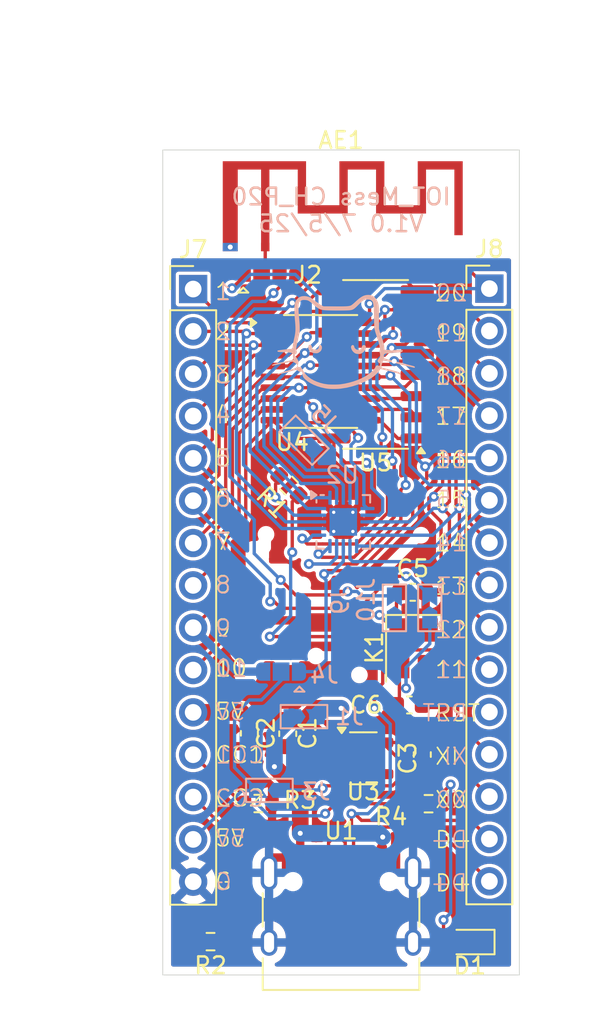
<source format=kicad_pcb>
(kicad_pcb (version 20241229) (generator "pcbnew") (generator_version "9.0")
  (layers (0 "F.Cu" signal) (2 "B.Cu" signal) (13 "F.Paste" user) (15 "B.Paste" user) (5 "F.SilkS" user "F.Silkscreen") (7 "B.SilkS" user "B.Silkscreen") (1 "F.Mask" user) (3 "B.Mask" user) (25 "Edge.Cuts" user))
  (net 0 "")
  (net 1 "5V")
  (net 2 "P_0")
  (net 3 "P_5")
  (net 4 "P_20")
  (net 5 "CC2")
  (net 6 "CC1")
  (net 7 "P_19")
  (net 8 "P_1")
  (net 9 "P_14")
  (net 10 "P_6")
  (net 11 "P_3")
  (net 12 "P_16")
  (net 13 "P_10")
  (net 14 "P_13")
  (net 15 "P_9")
  (net 16 "P_17")
  (net 17 "P_4")
  (net 18 "P_7")
  (net 19 "P_15")
  (net 20 "P_18")
  (net 21 "P_8")
  (net 22 "P_2")
  (net 23 "P_11")
  (net 24 "P_12")
  (net 25 "D-")
  (net 26 "D+")
  (net 27 "OSCO")
  (net 28 "OSCI")
  (net 29 "RST")
  (net 30 "Net-(D1-A)")
  (net 31 "ANT")
  (net 32 "+3.3V")
  (net 33 "Net-(J1-A)")
  (net 37 "Net-(J3-A)")
  (footprint "Capacitor_SMD:C_0603_1608Metric" (layer "F.Cu") (at 107 99.5 -90)
    (property "Reference" "C2")
    (property "Value" "1u")
  )
  (footprint "Crystal:Crystal_SMD_3225-4Pin_3.2x2.5mm" (layer "F.Cu") (at 116.85 94.4 -90)
    (property "Reference" "K1")
    (property "Value" "Crystal")
  )
  (footprint "Package_TO_SOT_SMD:SOT-23-5" (layer "F.Cu") (at 113.8375 101)
    (property "Reference" "U3")
    (property "Value" "ME6211C33M5")
  )
  (footprint "Package_SO:SOP-16_3.9x9.9mm_P1.27mm" (layer "F.Cu") (at 114.571249 77.365 180)
    (property "Reference" "U5")
    (property "Value" "~")
  )
  (footprint "Connector_USB:USB_C_Receptacle_HRO_TYPE-C-31-M-12" (layer "F.Cu") (at 112.5 111)
    (property "Reference" "U1")
    (property "Value" "USB_C_Receptacle_USB2.0_16P")
  )
  (footprint "Capacitor_SMD:C_0603_1608Metric" (layer "F.Cu") (at 109.3 99.525 -90)
    (property "Reference" "C1")
    (property "Value" "10u")
  )
  (footprint "Capacitor_SMD:C_0603_1608Metric" (layer "F.Cu") (at 116.6 97.8)
    (property "Reference" "C6")
    (property "Value" "12-25pF")
  )
  (footprint "Resistor_SMD:R_0603_1608Metric" (layer "F.Cu") (at 109.371249 84.64 135)
    (property "Reference" "R1")
    (property "Value" "1.5K")
  )
  (footprint "Resistor_SMD:R_0603_1608Metric" (layer "F.Cu") (at 104.66728 112 180)
    (property "Reference" "R2")
    (property "Value" "5.1K")
  )
  (footprint "Resistor_SMD:R_0603_1608Metric" (layer "F.Cu") (at 107.535438 103.714268)
    (property "Reference" "R3")
    (property "Value" "5.1K")
  )
  (footprint "Capacitor_SMD:C_0603_1608Metric" (layer "F.Cu") (at 116.800001 91.04)
    (property "Reference" "C5")
    (property "Value" "12-25pF")
  )
  (footprint "Connector_PinHeader_2.54mm:PinHeader_1x15_P2.54mm_Vertical" (layer "F.Cu") (at 121.4 72.82)
    (property "Reference" "J8")
    (property "Value" "Conn_01x15_Pin")
  )
  (footprint "Capacitor_SMD:C_0603_1608Metric" (layer "F.Cu") (at 117.375 100.775 -90)
    (property "Reference" "C3")
    (property "Value" "1u")
  )
  (footprint "LED_SMD:LED_0603_1608Metric" (layer "F.Cu") (at 120.225 112.025 180)
    (property "Reference" "D1")
    (property "Value" "LED")
  )
  (footprint "Package_SO:TSSOP-20_4.4x6.5mm_P0.65mm" (layer "F.Cu") (at 111.271249 77.79)
    (property "Reference" "U4")
    (property "Value" "~")
  )
  (footprint "Connector_PinHeader_2.54mm:PinHeader_1x15_P2.54mm_Vertical" (layer "F.Cu") (at 103.625 72.845)
    (property "Reference" "J7")
    (property "Value" "Conn_01x15_Pin")
  )
  (footprint "RF_Antenna:Texas_SWRA117D_2.4GHz_Right" (layer "F.Cu") (at 107.95 70.325)
    (property "Reference" "AE1")
    (property "Value" "Antenna")
  )
  (footprint "Resistor_SMD:R_0603_1608Metric" (layer "F.Cu") (at 117.75 103.725)
    (property "Reference" "R4")
    (property "Value" "R")
  )
  (footprint "IOT-Mess-Footprints:Jumper-3_P1.3mm_Open_RoundedPad1.0x1.5mm" (layer "F.Cu") (at 107.733748 71.8575)
    (property "Reference" "J2")
    (property "Value" "Jumper")
  )
  (footprint "IOT-Mess-Footprints:Jumpper-triangle" (layer "B.Cu") (at 110.275001 98.5)
    (property "Reference" "J1")
    (property "Value" "Jumper_2")
  )
  (footprint "IOT-Mess-Footprints:Jumper-3_P1.3mm_Open_RoundedPad1.0x1.5mm" (layer "B.Cu") (at 108.900001 95.8 180)
    (property "Reference" "J4")
    (property "Value" "Jumper")
  )
  (footprint "IOT-Mess-Footprints:Jumpper-triangle" (layer "B.Cu") (at 115.7 91.975001 90)
    (property "Reference" "J9")
    (property "Value" "Jumper_2")
  )
  (footprint "IOT-Mess-Footprints:catIcon8x8" (layer "B.Cu") (at 112.5 76 180)
    (property "Reference" "G***" (hide yes))
    (property "Value" "LOGO" (hide yes))
  )
  (footprint "IOT-Mess-Footprints:Jumpper-triangle" (layer "B.Cu") (at 117.825 91.975 90)
    (property "Reference" "J10")
    (property "Value" "Jumper_2")
  )
  (footprint "Package_DFN_QFN:QFN-20-1EP_3x3mm_P0.4mm_EP1.65x1.65mm_ThermalVias" (layer "B.Cu") (at 112.633749 86.815 -90)
    (property "Reference" "U2")
    (property "Value" "~")
  )
  (footprint "IOT-Mess-Footprints:Jumpper-triangle" (layer "B.Cu") (at 110.271249 81.915 135)
    (property "Reference" "J5")
    (property "Value" "Jumper_2")
  )
  (footprint "IOT-Mess-Footprints:Jumpper-triangle" (layer "B.Cu") (at 108.2 102.925 180)
    (property "Reference" "J3")
    (property "Value" "Jumper_2")
  )
  (gr_rect (start 101.8 64.5) (end 123.2 114) (stroke (width 0.05)) (fill no) (layer "Edge.Cuts"))
  (gr_text "4" (at 104.871528 80.971474 0) (layer "F.SilkS") (effects (font (size 1 1) (thickness 0.1)) (justify left bottom)))
  (gr_text "D+" (at 118.0716 109.072444 0) (layer "F.SilkS") (effects (font (size 1 1) (thickness 0.1)) (justify left bottom)))
  (gr_text "16" (at 118.0716 83.672445 0) (layer "F.SilkS") (effects (font (size 1 1) (thickness 0.1)) (justify left bottom)))
  (gr_text "19" (at 118.0716 76.072444 0) (layer "F.SilkS") (effects (font (size 1 1) (thickness 0.1)) (justify left bottom)))
  (gr_text "18" (at 118.0716 78.672444 0) (layer "F.SilkS") (effects (font (size 1 1) (thickness 0.1)) (justify left bottom)))
  (gr_text "2\n" (at 104.871528 75.971474 0) (layer "F.SilkS") (effects (font (size 1 1) (thickness 0.1)) (justify left bottom)))
  (gr_text "G" (at 104.871528 108.971475 0) (layer "F.SilkS") (effects (font (size 1 1) (thickness 0.1)) (justify left bottom)))
  (gr_text "X0" (at 118.0716 104.072444 0) (layer "F.SilkS") (effects (font (size 1 1) (thickness 0.1)) (justify left bottom)))
  (gr_text "CC1" (at 104.871528 101.371474 0) (layer "F.SilkS") (effects (font (size 1 1) (thickness 0.1)) (justify left bottom)))
  (gr_text "6" (at 104.871528 85.971474 0) (layer "F.SilkS") (effects (font (size 1 1) (thickness 0.1)) (justify left bottom)))
  (gr_text "11" (at 118.0716 96.272444 0) (layer "F.SilkS") (effects (font (size 1 1) (thickness 0.1)) (justify left bottom)))
  (gr_text "5" (at 104.871528 83.571473 0) (layer "F.SilkS") (effects (font (size 1 1) (thickness 0.1)) (justify left bottom)))
  (gr_text "9" (at 104.871528 93.771475 0) (layer "F.SilkS") (effects (font (size 1 1) (thickness 0.1)) (justify left bottom)))
  (gr_text "12" (at 118.0716 93.872444 0) (layer "F.SilkS") (effects (font (size 1 1) (thickness 0.1)) (justify left bottom)))
  (gr_text "D-" (at 118.0716 106.472444 0) (layer "F.SilkS") (effects (font (size 1 1) (thickness 0.1)) (justify left bottom)))
  (gr_text "17" (at 118.0716 81.072444 0) (layer "F.SilkS") (effects (font (size 1 1) (thickness 0.1)) (justify left bottom)))
  (gr_text "7" (at 104.871528 88.571474 0) (layer "F.SilkS") (effects (font (size 1 1) (thickness 0.1)) (justify left bottom)))
  (gr_text "CC2" (at 104.871528 103.971474 0) (layer "F.SilkS") (effects (font (size 1 1) (thickness 0.1)) (justify left bottom)))
  (gr_text "15" (at 118.0716 86.072444 0) (layer "F.SilkS") (effects (font (size 1 1) (thickness 0.1)) (justify left bottom)))
  (gr_text "10" (at 104.871528 96.171474 0) (layer "F.SilkS") (effects (font (size 1 1) (thickness 0.125)) (justify left bottom)))
  (gr_text "5V" (at 104.871528 98.771473 0) (layer "F.SilkS") (effects (font (size 1 1) (thickness 0.1)) (justify left bottom)))
  (gr_text "1\n" (at 104.871528 73.571475 0) (layer "F.SilkS") (effects (font (size 1 1) (thickness 0.1)) (justify left bottom)))
  (gr_text "13" (at 118.0716 91.272444 0) (layer "F.SilkS") (effects (font (size 1 1) (thickness 0.1)) (justify left bottom)))
  (gr_text "8" (at 104.871528 91.171474 0) (layer "F.SilkS") (effects (font (size 1 1) (thickness 0.1)) (justify left bottom)))
  (gr_text "3\n" (at 104.871528 78.571473 0) (layer "F.SilkS") (effects (font (size 1 1) (thickness 0.1)) (justify left bottom)))
  (gr_text "RST" (at 118.0716 98.872444 0) (layer "F.SilkS") (effects (font (size 1 1) (thickness 0.1)) (justify left bottom)))
  (gr_text "XI" (at 118.0716 101.472444 0) (layer "F.SilkS") (effects (font (size 1 1) (thickness 0.1)) (justify left bottom)))
  (gr_text "20" (at 118.0716 73.672444 0) (layer "F.SilkS") (effects (font (size 1 1) (thickness 0.1)) (justify left bottom)))
  (gr_text "14" (at 118.0716 88.672445 0) (layer "F.SilkS") (effects (font (size 1 1) (thickness 0.1)) (justify left bottom)))
  (gr_text "5V" (at 104.871528 106.371474 0) (layer "F.SilkS") (effects (font (size 1 1) (thickness 0.1)) (justify left bottom)))
  (gr_text "19" (at 120.152367 76.066305 0) (layer "B.SilkS") (effects (font (size 1 1) (thickness 0.1)) (justify left bottom mirror)))
  (gr_text "6" (at 104.890441 85.995282 0) (layer "B.SilkS") (effects (font (size 1 1) (thickness 0.1)) (justify right bottom mirror)))
  (gr_text "17" (at 120.152367 81.066305 0) (layer "B.SilkS") (effects (font (size 1 1) (thickness 0.1)) (justify left bottom mirror)))
  (gr_text "14" (at 120.152367 88.666305 0) (layer "B.SilkS") (effects (font (size 1 1) (thickness 0.1)) (justify left bottom mirror)))
  (gr_text "RST" (at 120.152367 98.866305 0) (layer "B.SilkS") (effects (font (size 1 1) (thickness 0.1)) (justify left bottom mirror)))
  (gr_text "18" (at 120.152367 78.666305 0) (layer "B.SilkS") (effects (font (size 1 1) (thickness 0.1)) (justify left bottom mirror)))
  (gr_text "X0" (at 120.152367 104.066305 0) (layer "B.SilkS") (effects (font (size 1 1) (thickness 0.1)) (justify left bottom mirror)))
  (gr_text "2\n" (at 104.890441 75.995282 0) (layer "B.SilkS") (effects (font (size 1 1) (thickness 0.1)) (justify right bottom mirror)))
  (gr_text "D+" (at 120.152367 109.066305 0) (layer "B.SilkS") (effects (font (size 1 1) (thickness 0.1)) (justify left bottom mirror)))
  (gr_text "G" (at 104.890441 108.995282 0) (layer "B.SilkS") (effects (font (size 1 1) (thickness 0.1)) (justify right bottom mirror)))
  (gr_text "4" (at 104.890441 80.995282 0) (layer "B.SilkS") (effects (font (size 1 1) (thickness 0.1)) (justify right bottom mirror)))
  (gr_text "5V" (at 104.890441 98.795282 0) (layer "B.SilkS") (effects (font (size 1 1) (thickness 0.1)) (justify right bottom mirror)))
  (gr_text "9" (at 104.890441 93.795282 0) (layer "B.SilkS") (effects (font (size 1 1) (thickness 0.1)) (justify right bottom mirror)))
  (gr_text "3\n" (at 104.890441 78.595282 0) (layer "B.SilkS") (effects (font (size 1 1) (thickness 0.1)) (justify right bottom mirror)))
  (gr_text "CC1" (at 104.890441 101.395282 0) (layer "B.SilkS") (effects (font (size 1 1) (thickness 0.1)) (justify right bottom mirror)))
  (gr_text "7" (at 104.890441 88.595282 0) (layer "B.SilkS") (effects (font (size 1 1) (thickness 0.1)) (justify right bottom mirror)))
  (gr_text "11" (at 120.152367 96.266305 0) (layer "B.SilkS") (effects (font (size 1 1) (thickness 0.1)) (justify left bottom mirror)))
  (gr_text "CC2" (at 104.890441 103.995282 0) (layer "B.SilkS") (effects (font (size 1 1) (thickness 0.1)) (justify right bottom mirror)))
  (gr_text "IOT_Mess CH_P20\nV1.0 7/5/25\n" (at 112.5 69.5 0) (layer "B.SilkS") (effects (font (size 1 1)) (justify bottom mirror)))
  (gr_text "16" (at 120.152367 83.666305 0) (layer "B.SilkS") (effects (font (size 1 1) (thickness 0.1)) (justify left bottom mirror)))
  (gr_text "15" (at 120.152367 86.066305 0) (layer "B.SilkS") (effects (font (size 1 1) (thickness 0.1)) (justify left bottom mirror)))
  (gr_text "8" (at 104.890441 91.195282 0) (layer "B.SilkS") (effects (font (size 1 1) (thickness 0.1)) (justify right bottom mirror)))
  (gr_text "13" (at 120.152367 91.266305 0) (layer "B.SilkS") (effects (font (size 1 1) (thickness 0.1)) (justify left bottom mirror)))
  (gr_text "1\n" (at 104.890441 73.595282 0) (layer "B.SilkS") (effects (font (size 1 1) (thickness 0.1)) (justify right bottom mirror)))
  (gr_text "10" (at 104.890441 96.195282 0) (layer "B.SilkS") (effects (font (size 1 1) (thickness 0.125)) (justify right bottom mirror)))
  (gr_text "D-" (at 120.152367 106.466305 0) (layer "B.SilkS") (effects (font (size 1 1) (thickness 0.1)) (justify left bottom mirror)))
  (gr_text "20" (at 120.152367 73.666305 0) (layer "B.SilkS") (effects (font (size 1 1) (thickness 0.1)) (justify left bottom mirror)))
  (gr_text "XI" (at 120.152367 101.466305 0) (layer "B.SilkS") (effects (font (size 1 1) (thickness 0.1)) (justify left bottom mirror)))
  (gr_text "12" (at 120.152367 93.866305 0) (layer "B.SilkS") (effects (font (size 1 1) (thickness 0.1)) (justify left bottom mirror)))
  (gr_text "5V" (at 104.890441 106.395282 0) (layer "B.SilkS") (effects (font (size 1 1) (thickness 0.1)) (justify right bottom mirror)))
  (gr_text "5" (at 104.890441 83.595282 0) (layer "B.SilkS") (effects (font (size 1 1) (thickness 0.1)) (justify right bottom mirror)))
  (segment (start 107 98.725) (end 109.275 98.725) (width 1) (layer "F.Cu") (net 1))
  (segment (start 112.699 100) (end 112.7 99.999) (width 1) (layer "F.Cu") (net 1))
  (segment (start 113.8135 100.5969) (end 113.2666 100.05) (width 0.5) (layer "F.Cu") (net 1))
  (segment (start 106.52 98.245) (end 107 98.725) (width 1) (layer "F.Cu") (net 1))
  (segment (start 110.25 98.75) (end 111.499 99.999) (width 1) (layer "F.Cu") (net 1))
  (segment (start 113.8135 101.4031) (end 113.8135 100.5969) (width 0.5) (layer "F.Cu") (net 1))
  (segment (start 112.5 98) (end 111 98) (width 1) (layer "F.Cu") (net 1))
  (segment (start 109.275 98.725) (end 109.3 98.75) (width 1) (layer "F.Cu") (net 1))
  (segment (start 111 98) (end 110.25 98.75) (width 1) (layer "F.Cu") (net 1))
  (segment (start 111.499 99.999) (end 112.7 99.999) (width 1) (layer "F.Cu") (net 1))
  (segment (start 112.7 101.95) (end 113.2666 101.95) (width 0.5) (layer "F.Cu") (net 1))
  (segment (start 109.3 98.75) (end 110.25 98.75) (width 1) (layer "F.Cu") (net 1))
  (segment (start 113.2666 101.95) (end 113.8135 101.4031) (width 0.5) (layer "F.Cu") (net 1))
  (segment (start 113.2666 100.05) (end 112.7 100.05) (width 0.5) (layer "F.Cu") (net 1))
  (segment (start 103.625 98.245) (end 106.52 98.245) (width 1) (layer "F.Cu") (net 1))
  (via (at 112.5 98) (size 0.6) (drill 0.3) (layers "F.Cu" "B.Cu") (net 1))
  (segment (start 112.5 98) (end 111.5 98) (width 1) (layer "B.Cu") (net 1))
  (segment (start 111.5 98) (end 111.080905 98.419095) (width 1) (layer "B.Cu") (net 1))
  (segment (start 111.080905 98.419095) (end 111.080905 98.5) (width 1) (layer "B.Cu") (net 1))
  (segment (start 113.208749 86.24) (end 113.208749 87.39) (width 0.2) (layer "F.Cu") (net 2))
  (segment (start 112.058749 86.24) (end 113.208749 86.24) (width 0.2) (layer "F.Cu") (net 2))
  (segment (start 112.058749 87.39) (end 112.058749 86.24) (width 0.2) (layer "F.Cu") (net 2))
  (segment (start 112.058749 87.39) (end 113.208749 87.39) (width 0.2) (layer "F.Cu") (net 2))
  (segment (start 104.776 81.854) (end 103.625 83.005) (width 0.2) (layer "F.Cu") (net 3))
  (segment (start 111.971249 76.73) (end 110.081249 76.73) (width 0.2) (layer "F.Cu") (net 3))
  (segment (start 104.776 80.36025) (end 104.776 81.854) (width 0.2) (layer "F.Cu") (net 3))
  (segment (start 110.081249 76.73) (end 109.346249 77.465) (width 0.2) (layer "F.Cu") (net 3))
  (segment (start 112.45455 90.991685) (end 112.248235 91.198) (width 0.2) (layer "F.Cu") (net 3))
  (segment (start 112.248235 91.198) (end 109.773001 91.198) (width 0.2) (layer "F.Cu") (net 3))
  (segment (start 105.96 72.8) (end 106.766249 71.993751) (width 0.2) (layer "F.Cu") (net 3))
  (segment (start 109.346249 77.465) (end 108.408749 77.465) (width 0.2) (layer "F.Cu") (net 3))
  (segment (start 108.408749 77.465) (end 107.67125 77.465) (width 0.2) (layer "F.Cu") (net 3))
  (segment (start 107.67125 77.465) (end 104.776 80.36025) (width 0.2) (layer "F.Cu") (net 3))
  (segment (start 106.766249 71.965) (end 106.833749 71.8975) (width 0.2) (layer "F.Cu") (net 3))
  (segment (start 106.766249 71.993751) (end 106.766249 71.965) (width 0.2) (layer "F.Cu") (net 3))
  (segment (start 112.892685 90.991685) (end 112.45455 90.991685) (width 0.2) (layer "F.Cu") (net 3))
  (segment (start 109.773001 91.198) (end 108.875001 90.3) (width 0.2) (layer "F.Cu") (net 3))
  (via (at 108.875001 90.3) (size 0.6) (drill 0.3) (layers "F.Cu" "B.Cu") (net 3))
  (via (at 110.319778 76.688529) (size 0.6) (drill 0.3) (layers "F.Cu" "B.Cu") (net 3))
  (via (at 105.96 72.8) (size 0.6) (drill 0.3) (layers "F.Cu" "B.Cu") (net 3))
  (via (at 112.892685 90.991685) (size 0.6) (drill 0.3) (layers "F.Cu" "B.Cu") (net 3))
  (segment (start 105.019249 84.419249) (end 105.019249 84.4222) (width 0.2) (layer "B.Cu") (net 3))
  (segment (start 111.946249 84.515) (end 112.233749 84.8025) (width 0.2) (layer "B.Cu") (net 3))
  (segment (start 107.055 71.965) (end 109.746192 71.965) (width 0.2) (layer "B.Cu") (net 3))
  (segment (start 112.892685 90.991685) (end 113.46192 90.991685) (width 0.2) (layer "B.Cu") (net 3))
  (segment (start 110.319778 76.688529) (end 107.871249 79.137058) (width 0.2) (layer "B.Cu") (net 3))
  (segment (start 107.29 88.714999) (end 108.875001 90.3) (width 0.2) (layer "B.Cu") (net 3))
  (segment (start 112.233749 84.8025) (end 112.233749 85.365) (width 0.2) (layer "B.Cu") (net 3))
  (segment (start 103.625 83.025) (end 105.019249 84.419249) (width 0.2) (layer "B.Cu") (net 3))
  (segment (start 109.746192 71.965) (end 111.046513 73.265321) (width 0.2) (layer "B.Cu") (net 3))
  (segment (start 107.29 86.692951) (end 107.29 88.714999) (width 0.2) (layer "B.Cu") (net 3))
  (segment (start 105.019249 84.4222) (end 107.29 86.692951) (width 0.2) (layer "B.Cu") (net 3))
  (segment (start 110.105449 84.515) (end 111.946249 84.515) (width 0.2) (layer "B.Cu") (net 3))
  (segment (start 103.625 83.005) (end 103.625 83.025) (width 0.2) (layer "B.Cu") (net 3))
  (segment (start 107.871249 79.137058) (end 107.871249 82.2808) (width 0.2) (layer "B.Cu") (net 3))
  (segment (start 111.046513 73.265321) (end 111.046513 75.961794) (width 0.2) (layer "B.Cu") (net 3))
  (segment (start 105.96 72.8) (end 106.22 72.8) (width 0.2) (layer "B.Cu") (net 3))
  (segment (start 113.46192 90.991685) (end 113.720237 91.250002) (width 0.2) (layer "B.Cu") (net 3))
  (segment (start 106.22 72.8) (end 107.055 71.965) (width 0.2) (layer "B.Cu") (net 3))
  (segment (start 107.871249 82.2808) (end 110.105449 84.515) (width 0.2) (layer "B.Cu") (net 3))
  (segment (start 111.046513 75.961794) (end 110.319778 76.688529) (width 0.2) (layer "B.Cu") (net 3))
  (segment (start 113.720237 91.250002) (end 115.7 91.250002) (width 0.2) (layer "B.Cu") (net 3))
  (segment (start 108.446249 73.09) (end 109.033749 72.5025) (width 0.2) (layer "F.Cu") (net 4))
  (segment (start 109.566248 71.125) (end 108.833748 71.8575) (width 0.2) (layer "F.Cu") (net 4))
  (segment (start 114.21 74.788749) (end 114.133749 74.865) (width 0.2) (layer "F.Cu") (net 4))
  (segment (start 119.613748 71.125) (end 109.566248 71.125) (width 0.2) (layer "F.Cu") (net 4))
  (segment (start 121.233748 72.745) (end 119.613748 71.125) (width 0.2) (layer "F.Cu") (net 4))
  (segment (start 114.21 73.72) (end 114.21 74.788749) (width 0.2) (layer "F.Cu") (net 4))
  (segment (start 109.033749 72.5025) (end 109.033749 71.8975) (width 0.2) (layer "F.Cu") (net 4))
  (via (at 108.446249 73.09) (size 0.6) (drill 0.3) (layers "F.Cu" "B.Cu") (net 4))
  (via (at 114.21 73.72) (size 0.6) (drill 0.3) (layers "F.Cu" "B.Cu") (net 4))
  (segment (start 105.821249 74.948751) (end 105.821249 84.09) (width 0.2) (layer "B.Cu") (net 4))
  (segment (start 108.946249 87.215) (end 111.183749 87.215) (width 0.2) (layer "B.Cu") (net 4))
  (segment (start 107.946249 73.59) (end 107.18 73.59) (width 0.2) (layer "B.Cu") (net 4))
  (segment (start 108.446249 73.09) (end 107.946249 73.59) (width 0.2) (layer "B.Cu") (net 4))
  (segment (start 115.11 72.82) (end 114.21 73.72) (width 0.2) (layer "B.Cu") (net 4))
  (segment (start 107.18 73.59) (end 105.821249 74.948751) (width 0.2) (layer "B.Cu") (net 4))
  (segment (start 105.821249 84.09) (end 108.946249 87.215) (width 0.2) (layer "B.Cu") (net 4))
  (segment (start 121.4 72.82) (end 115.11 72.82) (width 0.2) (layer "B.Cu") (net 4))
  (segment (start 105.425 105.125) (end 105.425 112) (width 0.2) (layer "F.Cu") (net 5))
  (segment (start 112.299 110.201) (end 107.224 110.201) (width 0.2) (layer "F.Cu") (net 5))
  (segment (start 103.625 103.325) (end 105.425 105.125) (width 0.2) (layer "F.Cu") (net 5))
  (segment (start 107.224 110.201) (end 105.425 112) (width 0.2) (layer "F.Cu") (net 5))
  (segment (start 114.25 108.25) (end 112.299 110.201) (width 0.2) (layer "F.Cu") (net 5))
  (segment (start 114.25 106.955) (end 114.25 108.25) (width 0.2) (layer "F.Cu") (net 5))
  (segment (start 103.7 103.4) (end 103.625 103.325) (width 0.2) (layer "B.Cu") (net 5))
  (segment (start 106.675 104.2) (end 106.675 103.835) (width 0.2) (layer "F.Cu") (net 6))
  (segment (start 107.5 109.8) (end 110 109.8) (width 0.2) (layer "F.Cu") (net 6))
  (segment (start 111.25 108.55) (end 110 109.8) (width 0.2) (layer "F.Cu") (net 6))
  (segment (start 111.25 106.955) (end 111.25 108.55) (width 0.2) (layer "F.Cu") (net 6))
  (segment (start 106.675 104.2) (end 106.675 108.975) (width 0.2) (layer "F.Cu") (net 6))
  (segment (start 106.675 108.975) (end 107.5 109.8) (width 0.2) (layer "F.Cu") (net 6))
  (segment (start 106.675 103.835) (end 103.625 100.785) (width 0.2) (layer "F.Cu") (net 6))
  (segment (start 115.6 74.089993) (end 116.109993 73.58) (width 0.2) (layer "F.Cu") (net 7))
  (segment (start 114.977593 81.726123) (end 114.9 81.803716) (width 0.2) (layer "F.Cu") (net 7))
  (segment (start 111.395192 88.139) (end 110.897306 88.139) (width 0.2) (layer "F.Cu") (net 7))
  (segment (start 119.62 73.58) (end 121.4 75.36) (width 0.2) (layer "F.Cu") (net 7))
  (segment (start 113.421249 88.14) (end 111.396192 88.14) (width 0.2) (layer "F.Cu") (net 7))
  (segment (start 110.897306 88.139) (end 110.896306 88.14) (width 0.2) (layer "F.Cu") (net 7))
  (segment (start 114.9 84.78) (end 115.286385 85.166385) (width 0.2) (layer "F.Cu") (net 7))
  (segment (start 116.109993 73.58) (end 119.62 73.58) (width 0.2) (layer "F.Cu") (net 7))
  (segment (start 115.286385 86.274864) (end 113.421249 88.14) (width 0.2) (layer "F.Cu") (net 7))
  (segment (start 115.13 75.105409) (end 115.13 74.09) (width 0.2) (layer "F.Cu") (net 7))
  (segment (start 114.725 75.515) (end 114.133749 75.515) (width 0.2) (layer "F.Cu") (net 7))
  (segment (start 114.720409 75.515) (end 115.13 75.105409) (width 0.2) (layer "F.Cu") (net 7))
  (segment (start 114.9 81.803716) (end 114.9 84.78) (width 0.2) (layer "F.Cu") (net 7))
  (segment (start 110.896306 88.14) (end 110.471249 88.14) (width 0.2) (layer "F.Cu") (net 7))
  (segment (start 115.13 74.09) (end 115.130007 74.089993) (width 0.2) (layer "F.Cu") (net 7))
  (segment (start 114.133749 75.515) (end 114.720409 75.515) (width 0.2) (layer "F.Cu") (net 7))
  (segment (start 110.471249 88.14) (end 110.171249 87.84) (width 0.2) (layer "F.Cu") (net 7))
  (segment (start 111.396192 88.14) (end 111.395192 88.139) (width 0.2) (layer "F.Cu") (net 7))
  (segment (start 110.171249 87.84) (end 110.171249 87.815) (width 0.2) (layer "F.Cu") (net 7))
  (segment (start 115.286385 85.166385) (end 115.286385 86.274864) (width 0.2) (layer "F.Cu") (net 7))
  (segment (start 115.130007 74.089993) (end 115.6 74.089993) (width 0.2) (layer "F.Cu") (net 7))
  (via (at 114.977593 81.726123) (size 0.6) (drill 0.3) (layers "F.Cu" "B.Cu") (net 7))
  (via (at 115.13 74.09) (size 0.6) (drill 0.3) (layers "F.Cu" "B.Cu") (net 7))
  (via (at 110.171249 87.815) (size 0.6) (drill 0.3) (layers "F.Cu" "B.Cu") (net 7))
  (segment (start 113.85 78.93) (end 113.85 75.37) (width 0.2) (layer "B.Cu") (net 7))
  (segment (start 114.977593 80.057593) (end 113.85 78.93) (width 0.2) (layer "B.Cu") (net 7))
  (segment (start 110.296249 87.94) (end 110.471249 87.94) (width 0.2) (layer "B.Cu") (net 7))
  (segment (start 113.85 75.37) (end 115.13 74.09) (width 0.2) (layer "B.Cu") (net 7))
  (segment (start 110.796249 87.615) (end 111.183749 87.615) (width 0.2) (layer "B.Cu") (net 7))
  (segment (start 114.977593 81.726123) (end 114.977593 80.057593) (width 0.2) (layer "B.Cu") (net 7))
  (segment (start 110.171249 87.815) (end 110.296249 87.94) (width 0.2) (layer "B.Cu") (net 7))
  (segment (start 110.471249 87.94) (end 110.796249 87.615) (width 0.2) (layer "B.Cu") (net 7))
  (segment (start 116.370249 72.318999) (end 116.971249 72.919999) (width 0.2) (layer "F.Cu") (net 8))
  (segment (start 110.930281 72.318999) (end 116.370249 72.318999) (width 0.2) (layer "F.Cu") (net 8))
  (segment (start 108.408749 74.865) (end 105.645 74.865) (width 0.2) (layer "F.Cu") (net 8))
  (segment (start 108.408749 74.840531) (end 108.408749 74.865) (width 0.2) (layer "F.Cu") (net 8))
  (segment (start 109.56964 73.67964) (end 110.930281 72.318999) (width 0.2) (layer "F.Cu") (net 8))
  (segment (start 109.56964 73.67964) (end 108.408749 74.840531) (width 0.2) (layer "F.Cu") (net 8))
  (segment (start 105.645 74.865) (end 103.625 72.845) (width 0.2) (layer "F.Cu") (net 8))
  (via (at 109.56964 73.67964) (size 0.6) (drill 0.3) (layers "F.Cu" "B.Cu") (net 8))
  (segment (start 107.296249 74.04) (end 106.221249 75.115) (width 0.2) (layer "B.Cu") (net 8))
  (segment (start 106.221249 75.115) (end 106.221249 83.865) (width 0.2) (layer "B.Cu") (net 8))
  (segment (start 106.221249 83.865) (end 109.171249 86.815) (width 0.2) (layer "B.Cu") (net 8))
  (segment (start 109.171249 86.815) (end 111.183749 86.815) (width 0.2) (layer "B.Cu") (net 8))
  (segment (start 109.56964 73.67964) (end 109.209281 74.04) (width 0.2) (layer "B.Cu") (net 8))
  (segment (start 109.209281 74.04) (end 107.296249 74.04) (width 0.2) (layer "B.Cu") (net 8))
  (segment (start 114.133749 78.765) (end 114.178749 78.72) (width 0.2) (layer "F.Cu") (net 9))
  (segment (start 120 79.928752) (end 120 85.2) (width 0.2) (layer "F.Cu") (net 9))
  (segment (start 120 85.2) (end 120.201 85.401) (width 0.2) (layer "F.Cu") (net 9))
  (segment (start 117.071249 78) (end 118.071248 78) (width 0.2) (layer "F.Cu") (net 9))
  (segment (start 118.071248 78) (end 120 79.928752) (width 0.2) (layer "F.Cu") (net 9))
  (segment (start 120.201 85.401) (end 120.201 86.861) (width 0.2) (layer "F.Cu") (net 9))
  (segment (start 120.201 86.861) (end 121.4 88.06) (width 0.2) (layer "F.Cu") (net 9))
  (segment (start 114.178749 78.72) (end 116.351249 78.72) (width 0.2) (layer "F.Cu") (net 9))
  (segment (start 116.351249 78.72) (end 117.071249 78) (width 0.2) (layer "F.Cu") (net 9))
  (via (at 120 85.2) (size 0.6) (drill 0.3) (layers "F.Cu" "B.Cu") (net 9))
  (segment (start 120.201 86.248943) (end 120.201 85.401) (width 0.2) (layer "B.Cu") (net 9))
  (segment (start 117.9 88.265) (end 118.184943 88.265) (width 0.2) (layer "B.Cu") (net 9))
  (segment (start 120.201 85.401) (end 120 85.2) (width 0.2) (layer "B.Cu") (net 9))
  (segment (start 113.433749 88.265) (end 117.9 88.265) (width 0.2) (layer "B.Cu") (net 9))
  (segment (start 118.184943 88.265) (end 120.201 86.248943) (width 0.2) (layer "B.Cu") (net 9))
  (segment (start 110.651699 77.416425) (end 111.387674 77.416425) (width 0.2) (layer "F.Cu") (net 10))
  (segment (start 107.822089 78.115) (end 105.177 80.760089) (width 0.2) (layer "F.Cu") (net 10))
  (segment (start 115.518381 90.081619) (end 113.6 92) (width 0.2) (layer "F.Cu") (net 10))
  (segment (start 108.273529 91.615) (end 108.250001 91.591472) (width 0.2) (layer "F.Cu") (net 10))
  (segment (start 113.6 92) (end 108.892901 92) (width 0.2) (layer "F.Cu") (net 10))
  (segment (start 108.892901 92) (end 108.507901 91.615) (width 0.2) (layer "F.Cu") (net 10))
  (segment (start 105.177 83.993) (end 103.625 85.545) (width 0.2) (layer "F.Cu") (net 10))
  (segment (start 111.856249 78.115) (end 111.971249 78) (width 0.2) (layer "F.Cu") (net 10))
  (segment (start 108.408749 78.115) (end 107.822089 78.115) (width 0.2) (layer "F.Cu") (net 10))
  (segment (start 116.404957 90.081619) (end 115.518381 90.081619) (width 0.2) (layer "F.Cu") (net 10))
  (segment (start 105.177 80.760089) (end 105.177 83.993) (width 0.2) (layer "F.Cu") (net 10))
  (segment (start 108.507901 91.615) (end 108.273529 91.615) (width 0.2) (layer "F.Cu") (net 10))
  (segment (start 108.408749 78.115) (end 111.856249 78.115) (width 0.2) (layer "F.Cu") (net 10))
  (segment (start 111.387674 77.416425) (end 111.971249 78) (width 0.2) (layer "F.Cu") (net 10))
  (via (at 108.250001 91.591472) (size 0.6) (drill 0.3) (layers "F.Cu" "B.Cu") (net 10))
  (via (at 116.404957 90.081619) (size 0.6) (drill 0.3) (layers "F.Cu" "B.Cu") (net 10))
  (via (at 110.651699 77.416425) (size 0.6) (drill 0.3) (layers "F.Cu" "B.Cu") (net 10))
  (segment (start 108.250001 90.524943) (end 108.250001 91.591472) (width 0.2) (layer "B.Cu") (net 10))
  (segment (start 108.296249 82.1387) (end 110.271549 84.114) (width 0.2) (layer "B.Cu") (net 10))
  (segment (start 103.625 85.545) (end 103.625 85.899942) (width 0.2) (layer "B.Cu") (net 10))
  (segment (start 116.656619 90.081619) (end 117.825 91.25) (width 0.2) (layer "B.Cu") (net 10))
  (segment (start 108.296249 79.415) (end 108.296249 82.1387) (width 0.2) (layer "B.Cu") (net 10))
  (segment (start 103.625 85.899942) (end 108.250001 90.524943) (width 0.2) (layer "B.Cu") (net 10))
  (segment (start 112.145249 84.114) (end 112.633749 84.6025) (width 0.2) (layer "B.Cu") (net 10))
  (segment (start 116.404957 90.081619) (end 116.656619 90.081619) (width 0.2) (layer "B.Cu") (net 10))
  (segment (start 112.633749 84.6025) (end 112.633749 85.365) (width 0.2) (layer "B.Cu") (net 10))
  (segment (start 110.271549 84.114) (end 112.145249 84.114) (width 0.2) (layer "B.Cu") (net 10))
  (segment (start 110.294824 77.416425) (end 108.296249 79.415) (width 0.2) (layer "B.Cu") (net 10))
  (segment (start 110.651699 77.416425) (end 110.294824 77.416425) (width 0.2) (layer "B.Cu") (net 10))
  (segment (start 107.246249 76.215) (end 108.358749 76.215) (width 0.2) (layer "F.Cu") (net 11))
  (segment (start 109.848249 75.462999) (end 109.848249 74.863) (width 0.2) (layer "F.Cu") (net 11))
  (segment (start 110.521249 74.19) (end 112.071249 74.19) (width 0.2) (layer "F.Cu") (net 11))
  (segment (start 107.246249 76.215) (end 109.096248 76.215) (width 0.2) (layer "F.Cu") (net 11))
  (segment (start 107.246249 76.215) (end 105.335 76.215) (width 0.2) (layer "F.Cu") (net 11))
  (segment (start 109.096248 76.215) (end 109.846248 75.465) (width 0.2) (layer "F.Cu") (net 11))
  (segment (start 109.846248 75.465) (end 109.848249 75.462999) (width 0.2) (layer "F.Cu") (net 11))
  (segment (start 109.848249 74.863) (end 110.521249 74.19) (width 0.2) (layer "F.Cu") (net 11))
  (segment (start 105.335 76.215) (end 103.625 77.925) (width 0.2) (layer "F.Cu") (net 11))
  (segment (start 103.625 77.3579) (end 103.625 77.925) (width 0.2) (layer "F.Cu") (net 11))
  (via (at 107.246249 76.215) (size 0.6) (drill 0.3) (layers "F.Cu" "B.Cu") (net 11))
  (segment (start 110.471249 86.015) (end 111.183749 86.015) (width 0.2) (layer "B.Cu") (net 11))
  (segment (start 107.046249 82.59) (end 110.471249 86.015) (width 0.2) (layer "B.Cu") (net 11))
  (segment (start 107.246249 76.215) (end 107.046249 76.415) (width 0.2) (layer "B.Cu") (net 11))
  (segment (start 107.046249 76.415) (end 107.046249 82.59) (width 0.2) (layer "B.Cu") (net 11))
  (segment (start 114.228749 77.37) (end 114.133749 77.465) (width 0.2) (layer "F.Cu") (net 12))
  (segment (start 117.549265 83.490735) (end 117.639265 83.580735) (width 0.2) (layer "F.Cu") (net 12))
  (segment (start 116.8 85.07) (end 116.8 86.553349) (width 0.2) (layer "F.Cu") (net 12))
  (segment (start 113.602449 89.743) (end 111.681791 89.743) (width 0.2) (layer "F.Cu") (net 12))
  (segment (start 115.689221 77.170817) (end 115.526068 77.33397) (width 0.2) (layer "F.Cu") (net 12))
  (segment (start 115.887349 87.4581) (end 113.602449 89.743) (width 0.2) (layer "F.Cu") (net 12))
  (segment (start 116.630432 77.170817) (end 117.071249 76.73) (width 0.2) (layer "F.Cu") (net 12))
  (segment (start 116.8 86.553349) (end 115.895249 87.4581) (width 0.2) (layer "F.Cu") (net 12))
  (segment (start 117.639265 84.230735) (end 116.8 85.07) (width 0.2) (layer "F.Cu") (net 12))
  (segment (start 115.510887 77.37) (end 114.228749 77.37) (width 0.2) (layer "F.Cu") (net 12))
  (segment (start 115.895249 87.4581) (end 115.887349 87.4581) (width 0.2) (layer "F.Cu") (net 12))
  (segment (start 111.681791 89.743) (end 111.482791 89.942) (width 0.2) (layer "F.Cu") (net 12))
  (segment (start 117.639265 83.580735) (end 117.639265 84.230735) (width 0.2) (layer "F.Cu") (net 12))
  (segment (start 115.689221 77.170817) (end 116.630432 77.170817) (width 0.2) (layer "F.Cu") (net 12))
  (via (at 111.482791 89.942) (size 0.6) (drill 0.3) (layers "F.Cu" "B.Cu") (net 12))
  (via (at 115.689221 77.170817) (size 0.6) (drill 0.3) (layers "F.Cu" "B.Cu") (net 12))
  (via (at 117.549265 83.490735) (size 0.6) (drill 0.3) (layers "F.Cu" "B.Cu") (net 12))
  (segment (start 111.482791 89.942) (end 111.562916 89.861875) (width 0.2) (layer "B.Cu") (net 12))
  (segment (start 117.021 81.5) (end 117.021 82.96247) (width 0.2) (layer "B.Cu") (net 12))
  (segment (start 112.633749 89.19) (end 112.633749 88.265) (width 0.2) (layer "B.Cu") (net 12))
  (segment (start 117.549265 83.490735) (end 117.720514 83.490735) (width 0.2) (layer "B.Cu") (net 12))
  (segment (start 115.689221 77.170817) (end 117 78.481596) (width 0.2) (layer "B.Cu") (net 12))
  (segment (start 121.451248 83.3) (end 121.771248 82.98) (width 0.2) (layer "B.Cu") (net 12))
  (segment (start 111.482791 89.942) (end 111.482791 90.186665) (width 0.2) (layer "B.Cu") (net 12))
  (segment (start 111.6 95.1) (end 110.9 95.8) (width 0.2) (layer "B.Cu") (net 12))
  (segment (start 111.482791 90.186665) (end 111.6 90.303874) (width 0.2) (layer "B.Cu") (net 12))
  (segment (start 117 79.0029) (end 117.021 79.0239) (width 0.2) (layer "B.Cu") (net 12))
  (segment (start 111.961874 89.861875) (end 112.633749 89.19) (width 0.2) (layer "B.Cu") (net 12))
  (segment (start 118.231249 82.98) (end 121.4 82.98) (width 0.2) (layer "B.Cu") (net 12))
  (segment (start 117.720514 83.490735) (end 118.231249 82.98) (width 0.2) (layer "B.Cu") (net 12))
  (segment (start 117.021 79.0239) (end 117.021 81.5) (width 0.2) (layer "B.Cu") (net 12))
  (segment (start 110.9 95.8) (end 110 95.8) (width 0.2) (layer "B.Cu") (net 12))
  (segment (start 117.021 82.96247) (end 117.549265 83.490735) (width 0.2) (layer "B.Cu") (net 12))
  (segment (start 117 78.481596) (end 117 79.0029) (width 0.2) (layer "B.Cu") (net 12))
  (segment (start 111.562916 89.861875) (end 111.961874 89.861875) (width 0.2) (layer "B.Cu") (net 12))
  (segment (start 111.6 90.303874) (end 111.6 95.1) (width 0.2) (layer "B.Cu") (net 12))
  (segment (start 114.019265 83.270735) (end 112.770735 83.270735) (width 0.2) (layer "F.Cu") (net 13))
  (segment (start 109.50375 81.810001) (end 108.408749 80.715) (width 0.2) (layer "F.Cu") (net 13))
  (segment (start 112.770735 83.270735) (end 112.071249 82.571249) (width 0.2) (layer "F.Cu") (net 13))
  (segment (start 105.58 91.7771) (end 105.58 93.75) (width 0.2) (layer "F.Cu") (net 13))
  (segment (start 108.408749 80.715) (end 106.781 82.342749) (width 0.2) (layer "F.Cu") (net 13))
  (segment (start 106.781 82.342749) (end 106.781 86.6421) (width 0.2) (layer "F.Cu") (net 13))
  (segment (start 105.581 91.7761) (end 105.58 91.7771) (width 0.2) (layer "F.Cu") (net 13))
  (segment (start 106.7 86.73) (end 105.581 87.849) (width 0.2) (layer "F.Cu") (net 13))
  (segment (start 106.781 86.6421) (end 106.7 86.7231) (width 0.2) (layer "F.Cu") (net 13))
  (segment (start 106.7 86.7231) (end 106.7 86.73) (width 0.2) (layer "F.Cu") (net 13))
  (segment (start 111.971249 81.810001) (end 109.50375 81.810001) (width 0.2) (layer "F.Cu") (net 13))
  (segment (start 105.58 93.75) (end 103.625 95.705) (width 0.2) (layer "F.Cu") (net 13))
  (segment (start 105.581 87.849) (end 105.581 91.7761) (width 0.2) (layer "F.Cu") (net 13))
  (segment (start 112.071249 82.571249) (end 112.071249 81.810001) (width 0.2) (layer "F.Cu") (net 13))
  (via (at 114.019265 83.270735) (size 0.6) (drill 0.3) (layers "F.Cu" "B.Cu") (net 13))
  (segment (start 114.019265 83.270735) (end 114.34 83.59147) (width 0.2) (layer "B.Cu") (net 13))
  (segment (start 115 86.2) (end 114.785 86.415) (width 0.2) (layer "B.Cu") (net 13))
  (segment (start 114.34 84.768751) (end 115 85.428751) (width 0.2) (layer "B.Cu") (net 13))
  (segment (start 114.785 86.415) (end 114.083749 86.415) (width 0.2) (layer "B.Cu") (net 13))
  (segment (start 115 85.428751) (end 115 86.2) (width 0.2) (layer "B.Cu") (net 13))
  (segment (start 103.72 95.8) (end 103.625 95.705) (width 0.2) (layer "B.Cu") (net 13))
  (segment (start 114.34 83.59147) (end 114.34 84.768751) (width 0.2) (layer "B.Cu") (net 13))
  (segment (start 117.071249 79.269999) (end 118.071248 79.269999) (width 0.2) (layer "F.Cu") (net 14))
  (segment (start 119.6 88.8) (end 121.4 90.6) (width 0.2) (layer "F.Cu") (net 14))
  (segment (start 119.399 80.597751) (end 119.399 85.799) (width 0.2) (layer "F.Cu") (net 14))
  (segment (start 118.071248 79.269999) (end 119.399 80.597751) (width 0.2) (layer "F.Cu") (net 14))
  (segment (start 119.6 86) (end 119.6 88.8) (width 0.2) (layer "F.Cu") (net 14))
  (segment (start 119.399 85.799) (end 119.6 86) (width 0.2) (layer "F.Cu") (net 14))
  (segment (start 116.926248 79.415) (end 117.071249 79.269999) (width 0.2) (layer "F.Cu") (net 14))
  (segment (start 120.8625 90.125) (end 120.8625 90.525) (width 0.2) (layer "F.Cu") (net 14))
  (segment (start 114.133749 79.415) (end 116.926248 79.415) (width 0.2) (layer "F.Cu") (net 14))
  (via (at 119.6 86) (size 0.6) (drill 0.3) (layers "F.Cu" "B.Cu") (net 14))
  (segment (start 119.6 86) (end 117.985 87.615) (width 0.2) (layer "B.Cu") (net 14))
  (segment (start 117.985 87.615) (end 114.083749 87.615) (width 0.2) (layer "B.Cu") (net 14))
  (segment (start 111.971249 80.54) (end 111.646249 80.865) (width 0.2) (layer "F.Cu") (net 15))
  (segment (start 112.372504 80.54) (end 112.071249 80.54) (width 0.2) (layer "F.Cu") (net 15))
  (segment (start 113.322249 81.489745) (end 112.372504 80.54) (width 0.2) (layer "F.Cu") (net 15))
  (segment (start 113.322249 81.57581) (end 113.322249 81.489745) (width 0.2) (layer "F.Cu") (net 15))
  (segment (start 111.646249 80.865) (end 109.896249 80.865) (width 0.2) (layer "F.Cu") (net 15))
  (segment (start 106.38 81.5) (end 106.38 86.476) (width 0.2) (layer "F.Cu") (net 15))
  (segment (start 113.521249 81.77481) (end 113.322249 81.57581) (width 0.2) (layer "F.Cu") (net 15))
  (segment (start 109.096249 80.065) (end 108.408749 80.065) (width 0.2) (layer "F.Cu") (net 15))
  (segment (start 106.38 86.476) (end 105.176 87.68) (width 0.2) (layer "F.Cu") (net 15))
  (segment (start 105.18 87.684) (end 105.18 91.61) (width 0.2) (layer "F.Cu") (net 15))
  (segment (start 105.18 91.61) (end 103.625 93.165) (width 0.2) (layer "F.Cu") (net 15))
  (segment (start 108.408749 80.065) (end 107.815 80.065) (width 0.2) (layer "F.Cu") (net 15))
  (segment (start 107.815 80.065) (end 106.38 81.5) (width 0.2) (layer "F.Cu") (net 15))
  (segment (start 105.176 87.68) (end 105.18 87.684) (width 0.2) (layer "F.Cu") (net 15))
  (segment (start 109.896249 80.865) (end 109.096249 80.065) (width 0.2) (layer "F.Cu") (net 15))
  (via (at 113.521249 81.77481) (size 0.6) (drill 0.3) (layers "F.Cu" "B.Cu") (net 15))
  (segment (start 106.26 95.8) (end 107.800002 95.8) (width 0.5) (layer "B.Cu") (net 15))
  (segment (start 103.625 93.165) (end 106.26 95.8) (width 0.5) (layer "B.Cu") (net 15))
  (segment (start 113.1 82.196059) (end 113.1 83.2) (width 0.2) (layer "B.Cu") (net 15))
  (segment (start 113.1 83.2) (end 113.871249 83.971249) (width 0.2) (layer "B.Cu") (net 15))
  (segment (start 103.625 93.607499) (end 103.625 93.165) (width 0.2) (layer "B.Cu") (net 15))
  (segment (start 113.871249 85.8025) (end 114.083749 86.015) (width 0.2) (layer "B.Cu") (net 15))
  (segment (start 113.521249 81.77481) (end 113.1 82.196059) (width 0.2) (layer "B.Cu") (net 15))
  (segment (start 113.871249 83.971249) (end 113.871249 85.8025) (width 0.2) (layer "B.Cu") (net 15))
  (segment (start 115.743849 76.179) (end 116.35225 76.179) (width 0.2) (layer "F.Cu") (net 16))
  (segment (start 115.721249 87.0571) (end 113.436349 89.342) (width 0.2) (layer "F.Cu") (net 16))
  (segment (start 116.088385 86.697864) (end 115.729149 87.0571) (width 0.2) (layer "F.Cu") (net 16))
  (segment (start 116.35225 76.179) (end 117.071249 75.460001) (width 0.2) (layer "F.Cu") (net 16))
  (segment (start 113.436349 89.342) (end 110.573249 89.342) (width 0.2) (layer "F.Cu") (net 16))
  (segment (start 115.53752 76.385329) (end 115.107849 76.815) (width 0.2) (layer "F.Cu") (net 16))
  (segment (start 115.107849 76.815) (end 114.133749 76.815) (width 0.2) (layer "F.Cu") (net 16))
  (segment (start 110.573249 89.342) (end 110.571249 89.34) (width 0.2) (layer "F.Cu") (net 16))
  (segment (start 116.38 84.6) (end 116.088385 84.891615) (width 0.2) (layer "F.Cu") (net 16))
  (segment (start 115.53752 76.385329) (end 115.743849 76.179) (width 0.2) (layer "F.Cu") (net 16))
  (segment (start 115.729149 87.0571) (end 115.721249 87.0571) (width 0.2) (layer "F.Cu") (net 16))
  (segment (start 116.088385 84.891615) (end 116.088385 86.697864) (width 0.2) (layer "F.Cu") (net 16))
  (via (at 115.53752 76.385329) (size 0.6) (drill 0.3) (layers "F.Cu" "B.Cu") (net 16))
  (via (at 110.571249 89.34) (size 0.6) (drill 0.3) (layers "F.Cu" "B.Cu") (net 16))
  (via (at 116.38 84.6) (size 0.6) (drill 0.3) (layers "F.Cu" "B.Cu") (net 16))
  (segment (start 116.211913 80.141913) (end 114.652 78.582) (width 0.2) (layer "B.Cu") (net 16))
  (segment (start 117.32 76.36) (end 121.4 80.44) (width 0.2) (layer "B.Cu") (net 16))
  (segment (start 116.38 84.102615) (end 116.211913 83.934528) (width 0.2) (layer "B.Cu") (net 16))
  (segment (start 112.233749 88.944454) (end 112.233749 88.265) (width 0.2) (layer "B.Cu") (net 16))
  (segment (start 115.53752 76.385329) (end 115.562849 76.36) (width 0.2) (layer "B.Cu") (net 16))
  (segment (start 115.444671 76.385329) (end 115.53752 76.385329) (width 0.2) (layer "B.Cu") (net 16))
  (segment (start 116.38 84.6) (end 116.38 84.102615) (width 0.2) (layer "B.Cu") (net 16))
  (segment (start 110.571249 89.34) (end 111.838203 89.34) (width 0.2) (layer "B.Cu") (net 16))
  (segment (start 111.838203 89.34) (end 112.233749 88.944454) (width 0.2) (layer "B.Cu") (net 16))
  (segment (start 114.652 77.178) (end 115.444671 76.385329) (width 0.2) (layer "B.Cu") (net 16))
  (segment (start 116.211913 83.934528) (end 116.211913 80.141913) (width 0.2) (layer "B.Cu") (net 16))
  (segment (start 115.562849 76.36) (end 117.32 76.36) (width 0.2) (layer "B.Cu") (net 16))
  (segment (start 114.652 78.582) (end 114.652 77.178) (width 0.2) (layer "B.Cu") (net 16))
  (segment (start 110.699776 75.460001) (end 109.344777 76.815) (width 0.2) (layer "F.Cu") (net 17))
  (segment (start 111.971249 75.460001) (end 110.699776 75.460001) (width 0.2) (layer "F.Cu") (net 17))
  (segment (start 107.275 76.815) (end 103.625 80.465) (width 0.2) (layer "F.Cu") (net 17))
  (segment (start 109.344777 76.815) (end 108.408749 76.815) (width 0.2) (layer "F.Cu") (net 17))
  (segment (start 108.408749 76.815) (end 107.275 76.815) (width 0.2) (layer "F.Cu") (net 17))
  (segment (start 103.625 79.775) (end 103.625 80.465) (width 0.2) (layer "F.Cu") (net 17))
  (via (at 110.445513 75.714264) (size 0.6) (drill 0.3) (layers "F.Cu" "B.Cu") (net 17))
  (segment (start 110.395736 75.714264) (end 107.447249 78.662751) (width 0.2) (layer "B.Cu") (net 17))
  (segment (start 110.388349 85.365) (end 111.833749 85.365) (width 0.2) (layer "B.Cu") (net 17))
  (segment (start 110.445513 75.714264) (end 110.395736 75.714264) (width 0.2) (layer "B.Cu") (net 17))
  (segment (start 107.447249 82.4239) (end 110.388349 85.365) (width 0.2) (layer "B.Cu") (net 17))
  (segment (start 107.447249 78.662751) (end 107.447249 82.4239) (width 0.2) (layer "B.Cu") (net 17))
  (segment (start 107.822089 78.765) (end 105.578 81.009089) (width 0.2) (layer "F.Cu") (net 18))
  (segment (start 111.46625 78.765) (end 111.971249 79.269999) (width 0.2) (layer "F.Cu") (net 18))
  (segment (start 108.408749 78.765) (end 107.822089 78.765) (width 0.2) (layer "F.Cu") (net 18))
  (segment (start 105.578 86.132) (end 103.625 88.085) (width 0.2) (layer "F.Cu") (net 18))
  (segment (start 105.578 81.009089) (end 105.578 86.132) (width 0.2) (layer "F.Cu") (net 18))
  (segment (start 109.971249 78.765) (end 108.408749 78.765) (width 0.2) (layer "F.Cu") (net 18))
  (segment (start 109.971249 78.765) (end 111.46625 78.765) (width 0.2) (layer "F.Cu") (net 18))
  (via (at 109.971249 78.765) (size 0.6) (drill 0.3) (layers "F.Cu" "B.Cu") (net 18))
  (segment (start 110.783901 82.427652) (end 110.783901 83.600652) (width 0.2) (layer "B.Cu") (net 18))
  (segment (start 110.896249 83.713) (end 112.344249 83.713) (width 0.2) (layer "B.Cu") (net 18))
  (segment (start 108.697249 79.5811) (end 108.697249 81.9726) (width 0.2) (layer "B.Cu") (net 18))
  (segment (start 113.033749 84.4025) (end 113.033749 85.365) (width 0.2) (layer "B.Cu") (net 18))
  (segment (start 112.344249 83.713) (end 113.033749 84.4025) (width 0.2) (layer "B.Cu") (net 18))
  (segment (start 110.437649 83.713) (end 110.896249 83.713) (width 0.2) (layer "B.Cu") (net 18))
  (segment (start 109.513349 78.765) (end 108.697249 79.5811) (width 0.2) (layer "B.Cu") (net 18))
  (segment (start 108.697249 81.9726) (end 110.437649 83.713) (width 0.2) (layer "B.Cu") (net 18))
  (segment (start 110.783901 83.600652) (end 110.896249 83.713) (width 0.2) (layer "B.Cu") (net 18))
  (segment (start 109.971249 78.765) (end 109.513349 78.765) (width 0.2) (layer "B.Cu") (net 18))
  (segment (start 114.133749 78.115) (end 115.375 78.115) (width 0.2) (layer "F.Cu") (net 19))
  (segment (start 115.375 78.115) (end 115.46 78.03) (width 0.2) (layer "F.Cu") (net 19))
  (via (at 115.46 78.03) (size 0.6) (drill 0.3) (layers "F.Cu" "B.Cu") (net 19))
  (segment (start 121.4 85.617043) (end 117.817043 89.2) (width 0.2) (layer "B.Cu") (net 19))
  (segment (start 113.033749 89.033749) (end 113.2 89.2) (width 0.2) (layer "B.Cu") (net 19))
  (segment (start 121.4 85.52) (end 121.4 85.617043) (width 0.2) (layer "B.Cu") (net 19))
  (segment (start 115.46 78.03) (end 116.62 79.19) (width 0.2) (layer "B.Cu") (net 19))
  (segment (start 113.2 89.2) (end 117.5 89.2) (width 0.2) (layer "B.Cu") (net 19))
  (segment (start 116.62 83.41) (end 117.809 84.599) (width 0.2) (layer "B.Cu") (net 19))
  (segment (start 120.479 84.599) (end 121.4 85.52) (width 0.2) (layer "B.Cu") (net 19))
  (segment (start 116.62 79.19) (end 116.62 83.41) (width 0.2) (layer "B.Cu") (net 19))
  (segment (start 117.809 84.599) (end 120.479 84.599) (width 0.2) (layer "B.Cu") (net 19))
  (segment (start 113.033749 88.265) (end 113.033749 89.033749) (width 0.2) (layer "B.Cu") (net 19))
  (segment (start 117.817043 89.2) (end 117.5 89.2) (width 0.2) (layer "B.Cu") (net 19))
  (segment (start 115.621249 74.640001) (end 116.07125 74.19) (width 0.2) (layer "F.Cu") (net 20))
  (segment (start 115.687385 86.523864) (end 113.270249 88.941) (width 0.2) (layer "F.Cu") (net 20))
  (segment (start 113.270249 88.941) (end 111.347249 88.941) (width 0.2) (layer "F.Cu") (net 20))
  (segment (start 117.69 74.19) (end 121.4 77.9) (width 0.2) (layer "F.Cu") (net 20))
  (segment (start 115.583716 83.150778) (end 115.687385 83.254447) (width 0.2) (layer "F.Cu") (net 20))
  (segment (start 115.470969 75.74) (end 115.296248 75.74) (width 0.2) (layer "F.Cu") (net 20))
  (segment (start 111.347249 88.941) (end 111.146249 88.74) (width 0.2) (layer "F.Cu") (net 20))
  (segment (start 115.621249 75.58972) (end 115.621249 74.640001) (width 0.2) (layer "F.Cu") (net 20))
  (segment (start 115.296248 75.74) (end 114.871248 76.165) (width 0.2) (layer "F.Cu") (net 20))
  (segment (start 114.871248 76.165) (end 114.133749 76.165) (width 0.2) (layer "F.Cu") (net 20))
  (segment (start 117.071249 74.19) (end 117.69 74.19) (width 0.2) (layer "F.Cu") (net 20))
  (segment (start 115.687385 83.254447) (end 115.687385 86.523864) (width 0.2) (layer "F.Cu") (net 20))
  (segment (start 116.07125 74.19) (end 117.071249 74.19) (width 0.2) (layer "F.Cu") (net 20))
  (via (at 115.583716 83.150778) (size 0.6) (drill 0.3) (layers "F.Cu" "B.Cu") (net 20))
  (via (at 111.146249 88.74) (size 0.6) (drill 0.3) (layers "F.Cu" "B.Cu") (net 20))
  (via (at 115.621249 75.58972) (size 0.6) (drill 0.3) (layers "F.Cu" "B.Cu") (net 20))
  (segment (start 111.146249 88.74) (end 111.358749 88.74) (width 0.2) (layer "B.Cu") (net 20))
  (segment (start 114.251 76.527349) (end 115.088686 75.689663) (width 0.2) (layer "B.Cu") (net 20))
  (segment (start 111.358749 88.74) (end 111.833749 88.265) (width 0.2) (layer "B.Cu") (net 20))
  (segment (start 115.088686 75.689663) (end 115.521306 75.689663) (width 0.2) (layer "B.Cu") (net 20))
  (segment (start 115.583716 83.150778) (end 115.583716 80.096616) (width 0.2) (layer "B.Cu") (net 20))
  (segment (start 115.583716 80.096616) (end 114.251 78.7639) (width 0.2) (layer "B.Cu") (net 20))
  (segment (start 114.251 78.7639) (end 114.251 76.527349) (width 0.2) (layer "B.Cu") (net 20))
  (segment (start 105.979 86.2981) (end 104.775 87.5021) (width 0.2) (layer "F.Cu") (net 21))
  (segment (start 104.775 89.475) (end 103.625 90.625) (width 0.2) (layer "F.Cu") (net 21))
  (segment (start 104.775 87.5021) (end 104.775 89.475) (width 0.2) (layer "F.Cu") (net 21))
  (segment (start 105.979 81.258089) (end 105.979 86.2981) (width 0.2) (layer "F.Cu") (net 21))
  (segment (start 110.337534 79.44146) (end 110.337534 79.431285) (width 0.2) (layer "F.Cu") (net 21))
  (segment (start 107.822089 79.415) (end 105.979 81.258089) (width 0.2) (layer "F.Cu") (net 21))
  (segment (start 108.408749 79.415) (end 107.822089 79.415) (width 0.2) (layer "F.Cu") (net 21))
  (segment (start 110.337534 79.431285) (end 110.321249 79.415) (width 0.2) (layer "F.Cu") (net 21))
  (segment (start 110.321249 79.415) (end 108.408749 79.415) (width 0.2) (layer "F.Cu") (net 21))
  (segment (start 110.828974 79.9329) (end 110.337534 79.44146) (width 0.2) (layer "F.Cu") (net 21))
  (via (at 110.828974 79.9329) (size 0.6) (drill 0.3) (layers "F.Cu" "B.Cu") (net 21))
  (segment (start 110.828974 79.9329) (end 110.828974 80.628974) (width 0.2) (layer "B.Cu") (net 21))
  (segment (start 112.5 83.266251) (end 113.433749 84.2) (width 0.2) (layer "B.Cu") (net 21))
  (segment (start 110.828974 80.628974) (end 112.5 82.3) (width 0.2) (layer "B.Cu") (net 21))
  (segment (start 113.433749 84.2) (end 113.433749 85.365) (width 0.2) (layer "B.Cu") (net 21))
  (segment (start 112.5 82.3) (end 112.5 83.266251) (width 0.2) (layer "B.Cu") (net 21))
  (segment (start 108.571249 84.54) (end 108.787886 84.323363) (width 0.2) (layer "F.Cu") (net 22))
  (segment (start 109.447249 75.13387) (end 109.066119 75.515) (width 0.2) (layer "F.Cu") (net 22))
  (segment (start 108.571249 85.34) (end 108.571249 84.54) (width 0.2) (layer "F.Cu") (net 22))
  (segment (start 108.408749 75.515) (end 106.821249 75.515) (width 0.2) (layer "F.Cu") (net 22))
  (segment (start 109.447249 74.65056) (end 109.447249 75.13387) (width 0.2) (layer "F.Cu") (net 22))
  (segment (start 109.066119 75.515) (end 108.408749 75.515) (width 0.2) (layer "F.Cu") (net 22))
  (segment (start 108.787886 84.323363) (end 108.787886 84.056637) (width 0.2) (layer "F.Cu") (net 22))
  (segment (start 111.971249 72.919999) (end 111.17781 72.919999) (width 0.2) (layer "F.Cu") (net 22))
  (segment (start 106.691249 75.385) (end 103.625 75.385) (width 0.2) (layer "F.Cu") (net 22))
  (segment (start 103.715 75.475) (end 103.625 75.385) (width 0.2) (layer "F.Cu") (net 22))
  (segment (start 111.17781 72.919999) (end 109.447249 74.65056) (width 0.2) (layer "F.Cu") (net 22))
  (segment (start 106.821249 75.515) (end 106.691249 75.385) (width 0.2) (layer "F.Cu") (net 22))
  (via (at 108.571249 85.34) (size 0.6) (drill 0.3) (layers "F.Cu" "B.Cu") (net 22))
  (via (at 106.821249 75.515) (size 0.6) (drill 0.3) (layers "F.Cu" "B.Cu") (net 22))
  (segment (start 106.646249 75.69) (end 106.646249 83.39) (width 0.2) (layer "B.Cu") (net 22))
  (segment (start 109.671249 86.415) (end 111.183749 86.415) (width 0.2) (layer "B.Cu") (net 22))
  (segment (start 106.821249 75.515) (end 106.646249 75.69) (width 0.2) (layer "B.Cu") (net 22))
  (segment (start 106.646249 83.39) (end 109.671249 86.415) (width 0.2) (layer "B.Cu") (net 22))
  (segment (start 118.5 86.8) (end 118.5 88.9625) (width 0.2) (layer "F.Cu") (net 23))
  (segment (start 118.5 88.9625) (end 119.2625 89.725) (width 0.2) (layer "F.Cu") (net 23))
  (segment (start 117.771249 85.366739) (end 117.771249 86.071249) (width 0.2) (layer "F.Cu") (net 23))
  (segment (start 117.771249 86.071249) (end 118.5 86.8) (width 0.2) (layer "F.Cu") (net 23))
  (segment (start 118.070249 85.102) (end 118.597 84.575249) (width 0.2) (layer "F.Cu") (net 23))
  (segment (start 119.2625 89.725) (end 119.2625 93.5425) (width 0.2) (layer "F.Cu") (net 23))
  (segment (start 119.2625 93.5425) (end 121.4 95.68) (width 0.2) (layer "F.Cu") (net 23))
  (segment (start 115.910001 81.810001) (end 114.815 80.715) (width 0.2) (layer "F.Cu") (net 23))
  (segment (start 114.815 80.715) (end 114.133749 80.715) (width 0.2) (layer "F.Cu") (net 23))
  (segment (start 118.597 81.810001) (end 115.910001 81.810001) (width 0.2) (layer "F.Cu") (net 23))
  (segment (start 118.597 84.575249) (end 118.597 81.810001) (width 0.2) (layer "F.Cu") (net 23))
  (via (at 118.069249 85.3) (size 0.6) (drill 0.3) (layers "F.Cu" "B.Cu") (net 23))
  (segment (start 116.585 86.815) (end 114.083749 86.815) (width 0.2) (layer "B.Cu") (net 23))
  (segment (start 118.035988 85.364012) (end 116.585 86.815) (width 0.2) (layer "B.Cu") (net 23))
  (segment (start 118.035988 85.266739) (end 118.035988 85.364012) (width 0.2) (layer "B.Cu") (net 23))
  (segment (start 118.998 85.602) (end 118.6 86) (width 0.2) (layer "F.Cu") (net 24))
  (segment (start 118.998 81.448) (end 118.998 85.602) (width 0.2) (layer "F.Cu") (net 24))
  (segment (start 120 91.74) (end 121.4 93.14) (width 0.2) (layer "F.Cu") (net 24))
  (segment (start 118.09 80.54) (end 118.998 81.448) (width 0.2) (layer "F.Cu") (net 24))
  (segment (start 119 88.8954) (end 120 89.8954) (width 0.2) (layer "F.Cu") (net 24))
  (segment (start 117.071249 80.54) (end 118.09 80.54) (width 0.2) (layer "F.Cu") (net 24))
  (segment (start 119 86.4) (end 119 88.8954) (width 0.2) (layer "F.Cu") (net 24))
  (segment (start 118.6 86) (end 119 86.4) (width 0.2) (layer "F.Cu") (net 24))
  (segment (start 114.133749 80.065) (end 116.596249 80.065) (width 0.2) (layer "F.Cu") (net 24))
  (segment (start 116.596249 80.065) (end 117.071249 80.54) (width 0.2) (layer "F.Cu") (net 24))
  (segment (start 120 89.8954) (end 120 91.74) (width 0.2) (layer "F.Cu") (net 24))
  (via (at 118.6 86) (size 0.6) (drill 0.3) (layers "F.Cu" "B.Cu") (net 24))
  (segment (start 116.825 87.215) (end 114.083749 87.215) (width 0.2) (layer "B.Cu") (net 24))
  (segment (start 118.4 86) (end 118.04 86) (width 0.2) (layer "B.Cu") (net 24))
  (segment (start 118.04 86) (end 116.825 87.215) (width 0.2) (layer "B.Cu") (net 24))
  (segment (start 113.125 104.325) (end 113.324367 104.325) (width 0.2) (layer "F.Cu") (net 25))
  (segment (start 115 94.54) (end 114.16 93.7) (width 0.2) (layer "F.Cu") (net 25))
  (segment (start 111.75 106.05) (end 111.9 105.9) (width 0.2) (layer "F.Cu") (net 25))
  (segment (start 113.125 104.975) (end 112.2 105.9) (width 0.2) (layer "F.Cu") (net 25))
  (segment (start 114.5 97) (end 115 96.5) (width 0.2) (layer "F.Cu") (net 25))
  (segment (start 113.724367 104.725) (end 120.285 104.725) (width 0.2) (layer "F.Cu") (net 25))
  (segment (start 114.5 98) (end 114.5 97) (width 0.2) (layer "F.Cu") (net 25))
  (segment (start 112.6 105.9) (end 112.75 106.05) (width 0.2) (layer "F.Cu") (net 25))
  (segment (start 115 96.5) (end 115 94.54) (width 0.2) (layer "F.Cu") (net 25))
  (segment (start 112.2 105.9) (end 112.6 105.9) (width 0.2) (layer "F.Cu") (net 25))
  (segment (start 113.125 104.325) (end 113.125 104.975) (width 0.2) (layer "F.Cu") (net 25))
  (segment (start 120.285 104.725) (end 121.4 105.84) (width 0.2) (layer "F.Cu") (net 25))
  (segment (start 111.9 105.9) (end 112.2 105.9) (width 0.2) (layer "F.Cu") (net 25))
  (segment (start 114.16 93.7) (end 108.225 93.7) (width 0.2) (layer "F.Cu") (net 25))
  (segment (start 109.571249 85.606726) (end 109.954612 85.223363) (width 0.2) (layer "F.Cu") (net 25))
  (segment (start 109.571249 88.64) (end 109.571249 85.606726) (width 0.2) (layer "F.Cu") (net 25))
  (segment (start 112.75 106.05) (end 112.75 106.955) (width 0.2) (layer "F.Cu") (net 25))
  (segment (start 111.75 106.955) (end 111.75 106.05) (width 0.2) (layer "F.Cu") (net 25))
  (segment (start 113.324367 104.325) (end 113.724367 104.725) (width 0.2) (layer "F.Cu") (net 25))
  (via (at 113.125 104.325) (size 0.6) (drill 0.3) (layers "F.Cu" "B.Cu") (net 25))
  (via (at 108.225 93.7) (size 0.6) (drill 0.3) (layers "F.Cu" "B.Cu") (net 25))
  (via (at 109.571249 88.64) (size 0.6) (drill 0.3) (layers "F.Cu" "B.Cu") (net 25))
  (via (at 114.5 98) (size 0.6) (drill 0.3) (layers "F.Cu" "B.Cu") (net 25))
  (segment (start 115.45 98.95) (end 115.45 102.999367) (width 0.2) (layer "B.Cu") (net 25))
  (segment (start 108.240001 93.7) (end 109.475001 92.465) (width 0.2) (layer "B.Cu") (net 25))
  (segment (start 109.475001 92.465) (end 109.475001 88.915) (width 0.2) (layer "B.Cu") (net 25))
  (segment (start 114.5 98) (end 115.45 98.95) (width 0.2) (layer "B.Cu") (net 25))
  (segment (start 115.45 102.999367) (end 114.124367 104.325) (width 0.2) (layer "B.Cu") (net 25))
  (segment (start 114.124367 104.325) (end 113.125 104.325) (width 0.2) (layer "B.Cu") (net 25))
  (segment (start 112.381 107.981) (end 113.119 107.981) (width 0.2) (layer "F.Cu") (net 26))
  (segment (start 113.25 106.955) (end 113.25 105.978) (width 0.2) (layer "F.Cu") (net 26))
  (segment (start 118.146 105.126) (end 121.4 108.38) (width 0.2) (layer "F.Cu") (net 26))
  (segment (start 113.25 107.85) (end 113.25 106.955) (width 0.2) (layer "F.Cu") (net 26))
  (segment (start 113.25 105.978) (end 114.102 105.126) (width 0.2) (layer "F.Cu") (net 26))
  (segment (start 112.25 106.955) (end 112.25 107.85) (width 0.2) (layer "F.Cu") (net 26))
  (segment (start 113.119 107.981) (end 113.25 107.85) (width 0.2) (layer "F.Cu") (net 26))
  (segment (start 114.102 105.126) (end 118.146 105.126) (width 0.2) (layer "F.Cu") (net 26))
  (segment (start 112.25 107.85) (end 112.381 107.981) (width 0.2) (layer "F.Cu") (net 26))
  (segment (start 116 95.5) (end 116 97.625) (width 0.2) (layer "F.Cu") (net 27))
  (segment (start 118 98.8875) (end 119.5275 100.415) (width 0.2) (layer "F.Cu") (net 27))
  (segment (start 116.9125 98.8875) (end 118 98.8875) (width 0.2) (layer "F.Cu") (net 27))
  (segment (start 119.5275 100.415) (end 119.5275 101.4275) (width 0.2) (layer "F.Cu") (net 27))
  (segment (start 116.4 96.2) (end 116 95.8) (width 0.2) (layer "F.Cu") (net 27))
  (segment (start 119.5275 101.4275) (end 121.4 103.3) (width 0.2) (layer "F.Cu") (net 27))
  (segment (start 116.4 96.8) (end 116.4 96.2) (width 0.2) (layer "F.Cu") (net 27))
  (segment (start 115.825 97.8) (end 116.9125 98.8875) (width 0.2) (layer "F.Cu") (net 27))
  (segment (start 116 95.8) (end 116 95.5) (width 0.2) (layer "F.Cu") (net 27))
  (segment (start 116 97.625) (end 115.825 97.8) (width 0.2) (layer "F.Cu") (net 27))
  (via (at 116.4 96.8) (size 0.6) (drill 0.3) (layers "F.Cu" "B.Cu") (net 27))
  (segment (start 116.4 96.8) (end 116.4 95.55) (width 0.2) (layer "B.Cu") (net 27))
  (segment (start 116.4 95.55) (end 117.825 94.125) (width 0.2) (layer "B.Cu") (net 27))
  (segment (start 117.825 94.125) (end 117.825 92.7) (width 0.2) (layer "B.Cu") (net 27))
  (segment (start 114.8 92.4) (end 115.7 93.3) (width 0.2) (layer "F.Cu") (net 28))
  (segment (start 116 93.501) (end 116.998 94.499) (width 0.2) (layer "F.Cu") (net 28))
  (segment (start 119.5 98.86) (end 121.4 100.76) (width 0.2) (layer "F.Cu") (net 28))
  (segment (start 118.6 94.5) (end 119.5 95.4) (width 0.2) (layer "F.Cu") (net 28))
  (segment (start 116.998 94.499) (end 118.6 94.499) (width 0.2) (layer "F.Cu") (net 28))
  (segment (start 116 93.3) (end 116 93.501) (width 0.2) (layer "F.Cu") (net 28))
  (segment (start 119.5 95.4) (end 119.5 98.86) (width 0.2) (layer "F.Cu") (net 28))
  (segment (start 115.7 93.3) (end 116 93.3) (width 0.2) (layer "F.Cu") (net 28))
  (segment (start 115.825 91) (end 115.825 93.125) (width 0.2) (layer "F.Cu") (net 28))
  (segment (start 115.825 93.125) (end 116 93.3) (width 0.2) (layer "F.Cu") (net 28))
  (segment (start 118.6 94.499) (end 118.6 94.5) (width 0.2) (layer "F.Cu") (net 28))
  (via (at 114.8 92.4) (size 0.6) (drill 0.3) (layers "F.Cu" "B.Cu") (net 28))
  (segment (start 115.1 92.7) (end 115.7 92.7) (width 0.2) (layer "B.Cu") (net 28))
  (segment (start 114.8 92.4) (end 115.1 92.7) (width 0.2) (layer "B.Cu") (net 28))
  (segment (start 121.4 98.1) (end 121.4 98.22) (width 0.2) (layer "F.Cu") (net 29))
  (segment (start 118.575 103.075) (end 119.075 102.575) (width 0.2) (layer "F.Cu") (net 30))
  (segment (start 118.575 103.725) (end 118.575 103.075) (width 0.2) (layer "F.Cu") (net 30))
  (segment (start 118.65 111.237501) (end 119.437499 112.025) (width 0.2) (layer "F.Cu") (net 30))
  (segment (start 118.65 110.7) (end 118.65 111.237501) (width 0.2) (layer "F.Cu") (net 30))
  (via (at 118.65 110.7) (size 0.6) (drill 0.3) (layers "F.Cu" "B.Cu") (net 30))
  (via (at 119.075 102.575) (size 0.6) (drill 0.3) (layers "F.Cu" "B.Cu") (net 30))
  (segment (start 119.075 110.275) (end 118.65 110.7) (width 0.2) (layer "B.Cu") (net 30))
  (segment (start 119.075 102.575) (end 119.075 110.275) (width 0.2) (layer "B.Cu") (net 30))
  (segment (start 107.95 70.325) (end 107.95 71.641248) (width 0.2) (layer "F.Cu") (net 31))
  (segment (start 107.95 71.641248) (end 107.733748 71.8575) (width 0.2) (layer "F.Cu") (net 31))
  (segment (start 107.9 70.175) (end 107.95 70.125) (width 0.2) (layer "F.Cu") (net 31))
  (segment (start 111.55 104.325) (end 112.15 103.725) (width 0.2) (layer "F.Cu") (net 32))
  (segment (start 112.15 103.725) (end 116.925 103.725) (width 0.2) (layer "F.Cu") (net 32))
  (via (at 111.55 104.325) (size 0.6) (drill 0.3) (layers "F.Cu" "B.Cu") (net 32))
  (segment (start 107.725001 97.5) (end 108.900001 96.325) (width 0.2) (layer "B.Cu") (net 32))
  (segment (start 111.425 104.45) (end 108.175 104.45) (width 0.2) (layer "B.Cu") (net 32))
  (segment (start 103.625 105.865) (end 106.565 102.925) (width 0.2) (layer "B.Cu") (net 32))
  (segment (start 108.900001 96.325) (end 108.900001 95.8) (width 0.2) (layer "B.Cu") (net 32))
  (segment (start 106.109 98.391) (end 107 97.5) (width 0.2) (layer "B.Cu") (net 32))
  (segment (start 107.475001 102.925) (end 106.109 101.558999) (width 0.2) (layer "B.Cu") (net 32))
  (segment (start 106.109 101.558999) (end 106.109 98.391) (width 0.2) (layer "B.Cu") (net 32))
  (segment (start 107 97.5) (end 107.725001 97.5) (width 0.2) (layer "B.Cu") (net 32))
  (segment (start 108.175 104.45) (end 107.475001 103.750001) (width 0.2) (layer "B.Cu") (net 32))
  (segment (start 106.565 102.925) (end 107.475001 102.925) (width 0.2) (layer "B.Cu") (net 32))
  (segment (start 111.55 104.325) (end 111.425 104.45) (width 0.2) (layer "B.Cu") (net 32))
  (segment (start 107.475001 103.750001) (end 107.475001 102.925) (width 0.2) (layer "B.Cu") (net 32))
  (segment (start 108.5 101.5) (end 110.05 103.05) (width 1) (layer "F.Cu") (net 33))
  (segment (start 110.05 106.955) (end 110.05 105.5) (width 0.5) (layer "F.Cu") (net 33))
  (segment (start 114.95 105.776) (end 115 105.726) (width 0.5) (layer "F.Cu") (net 33))
  (segment (start 114.95 106.955) (end 114.95 105.776) (width 0.5) (layer "F.Cu") (net 33))
  (segment (start 110.05 103.05) (end 110.05 105.5) (width 1) (layer "F.Cu") (net 33))
  (via (at 108.5 101.5) (size 0.6) (drill 0.3) (layers "F.Cu" "B.Cu") (net 33))
  (via (at 110.05 105.5) (size 0.6) (drill 0.3) (layers "F.Cu" "B.Cu") (net 33))
  (via (at 115 105.726) (size 0.6) (drill 0.3) (layers "F.Cu" "B.Cu") (net 33))
  (segment (start 114.774 105.5) (end 110.05 105.5) (width 1) (layer "B.Cu") (net 33))
  (segment (start 108.5 99.550002) (end 109.550002 98.5) (width 1) (layer "B.Cu") (net 33))
  (segment (start 115 105.726) (end 114.774 105.5) (width 1) (layer "B.Cu") (net 33))
  (segment (start 108.5 101.5) (end 108.5 99.550002) (width 1) (layer "B.Cu") (net 33))
  (segment (start 115.9385 101.0135) (end 114.975 100.05) (width 0.2) (layer "F.Cu") (net 37))
  (segment (start 111.4 102.8) (end 111.55 102.65) (width 0.2) (layer "F.Cu") (net 37))
  (segment (start 117.325 100.05) (end 117.375 100) (width 0.2) (layer "F.Cu") (net 37))
  (segment (start 115.9385 102.290968) (end 115.9385 101.0135) (width 0.2) (layer "F.Cu") (net 37))
  (segment (start 114.975 100.05) (end 117.325 100.05) (width 0.2) (layer "F.Cu") (net 37))
  (segment (start 115.579468 102.65) (end 115.9385 102.290968) (width 0.2) (layer "F.Cu") (net 37))
  (segment (start 111.55 102.65) (end 115.579468 102.65) (width 0.2) (layer "F.Cu") (net 37))
  (via (at 111.4 102.8) (size 0.6) (drill 0.3) (layers "F.Cu" "B.Cu") (net 37))
  (segment (start 111.4 102.8) (end 111.3 102.9) (width 0.2) (layer "B.Cu") (net 37))
  (segment (start 111.3 102.9) (end 108.962499 102.9) (width 0.2) (layer "B.Cu") (net 37))
  (zone (net 2) (net_name "P_0") (layers "F.Cu" "B.Cu") (connect_pads (clearance 0.2)) (min_thickness 0.25) (fill yes (thermal_gap 0.5) (thermal_bridge_width 0.5))
    (polygon (pts (xy 101.8 71) (xy 123.2 71) (xy 123.2 114) (xy 101.8 114)))
  )
)
</source>
